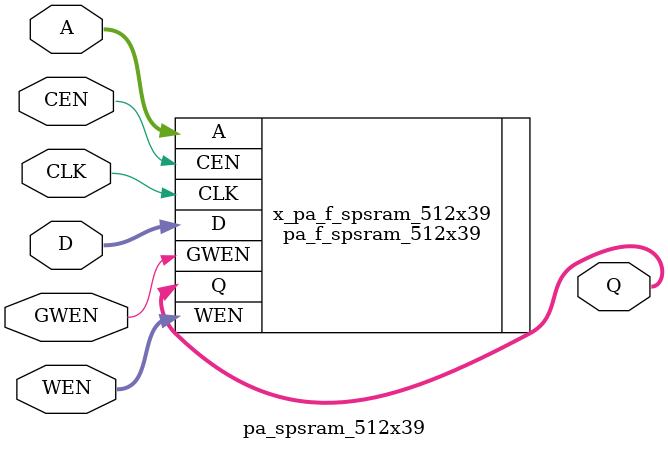
<source format=v>

/*Copyright 2020-2021 T-Head Semiconductor Co., Ltd.

Licensed under the Apache License, Version 2.0 (the "License");
you may not use this file except in compliance with the License.
You may obtain a copy of the License at

    http://www.apache.org/licenses/LICENSE-2.0

Unless required by applicable law or agreed to in writing, software
distributed under the License is distributed on an "AS IS" BASIS,
WITHOUT WARRANTIES OR CONDITIONS OF ANY KIND, either express or implied.
See the License for the specific language governing permissions and
limitations under the License.
*/

// &ModuleBeg; @22
module pa_spsram_512x39(
  A,
  CEN,
  CLK,
  D,
  GWEN,
  Q,
  WEN
);

// &Ports; @23
input   [8 :0]  A;   
input           CEN; 
input           CLK; 
input   [38:0]  D;   
input           GWEN; 
input   [38:0]  WEN; 
output  [38:0]  Q;   

// &Regs; @24

// &Wires; @25
wire    [8 :0]  A;   
wire            CEN; 
wire            CLK; 
wire    [38:0]  D;   
wire            GWEN; 
wire    [38:0]  Q;   
wire    [38:0]  WEN; 


//**********************************************************
//                  Parameter Definition
//**********************************************************
parameter ADDR_WIDTH = 9;
parameter DATA_WIDTH = 39;
parameter WE_WIDTH   = 39;

// &Force("bus","Q",DATA_WIDTH-1,0); @34
// &Force("bus","WEN",WE_WIDTH-1,0); @35
// &Force("bus","A",ADDR_WIDTH-1,0); @36
// &Force("bus","D",DATA_WIDTH-1,0); @37

//  //********************************************************
//  //*                        FPGA memory                   *
//  //********************************************************
//   &Instance("pa_f_spsram_512x39"); @43
pa_f_spsram_512x39  x_pa_f_spsram_512x39 (
  .A    (A   ),
  .CEN  (CEN ),
  .CLK  (CLK ),
  .D    (D   ),
  .GWEN (GWEN),
  .Q    (Q   ),
  .WEN  (WEN )
);

//   &Instance("pa_tsmc_spsram_512x39"); @49
//   &Instance("pa_umc_spsram_512x39"); @61

// &ModuleEnd; @65
endmodule



</source>
